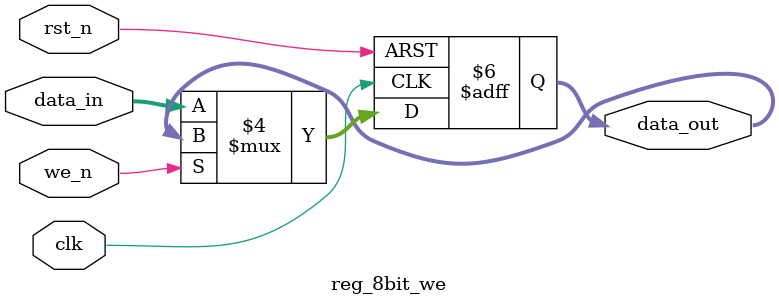
<source format=v>
`timescale 1 ns / 1 ps 
module reg_8bit_we(clk, rst_n, data_in, data_out, we_n);

input clk, rst_n, we_n;
input [7:0] data_in;
output reg [7:0] data_out;

always @(posedge clk, negedge rst_n) begin
	if(!rst_n) begin
		data_out <=0;
	end else 
	if (!we_n) begin
		data_out <= data_in;
	end
end
endmodule

</source>
